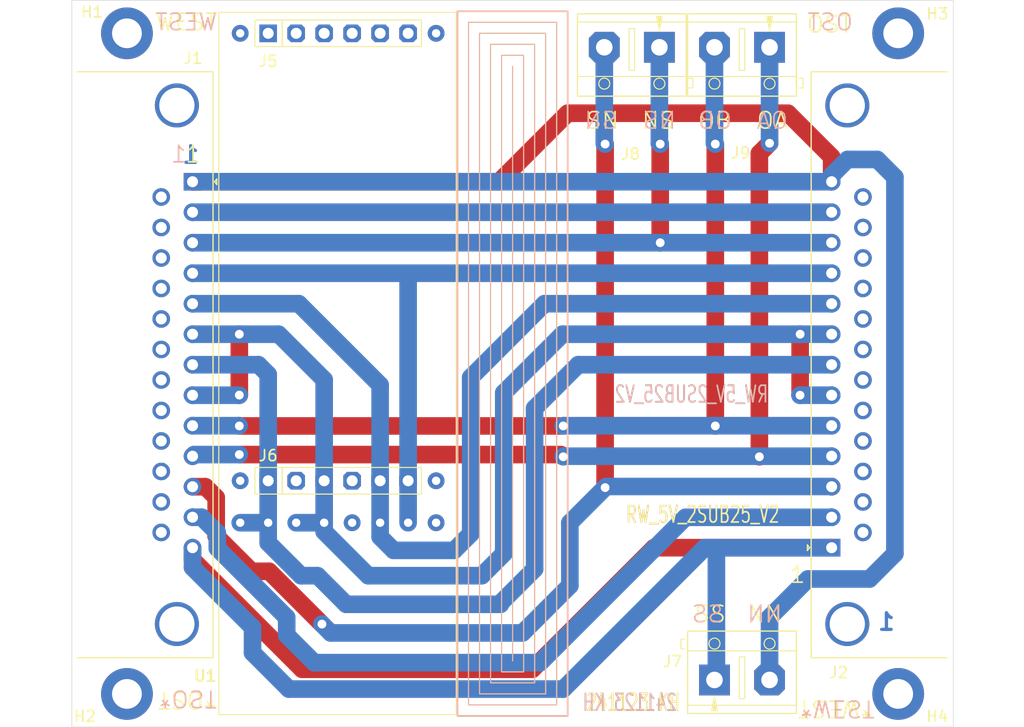
<source format=kicad_pcb>
(kicad_pcb (version 20240108) (generator "pcbnew") (generator_version "8.0")
  (layers (0 "F.Cu" signal) (31 "B.Cu" signal) (34 "B.Paste" user) (35 "F.Paste" user) (36 "B.SilkS" user "B.Silkscreen") (37 "F.SilkS" user "F.Silkscreen") (38 "B.Mask" user) (39 "F.Mask" user) (44 "Edge.Cuts" user))
  (net 0 "")
  (net 2 "/WB")
  (net 5 "/NN")
  (net 7 "/OB")
  (net 10 "/WA")
  (net 13 "/SN")
  (net 16 "/W-")
  (net 17 "/W+")
  (net 18 "/SS")
  (net 19 "/OA")
  (net 21 "Net-(J1-Pad2)")
  (net 23 "/NS")
  (net 48 "Net-(J1-Pad12)")
  (footprint "MountingHole:MountingHole_2.7mm_M2.5_DIN965_Pad_TopBottom" (layer "F.Cu") (at 102.9 87.94)
    (property "Reference" "H4" (at 3.556 2.032 0) (layer "F.SilkS"))
    (property "Value" "MountingHole" (hide yes))
    (pad "1" thru_hole circle (at 0 0) (size 3.1 3.1) (drill 2.7) (layers "*.Cu" "*.Mask"))
    (pad "1" connect circle (at 0 0) (size 4.7 4.7) (layers "F.Cu" "F.Mask"))
    (pad "1" connect circle (at 0 0) (size 4.7 4.7) (layers "B.Cu" "B.Mask"))
  )
  (footprint "_kh_library:Screw_Terminal_01x02_P5" (layer "F.Cu") (at 81.225 29.21 -90)
    (property "Reference" "J8" (at 9.69 2.625 0) (layer "F.SilkS"))
    (property "Value" "Screw_Terminal_01x02_P5" (hide yes))
    (fp_line (start -2.3 -2.44) (end -2.3 7.44) (stroke (width 0.1)) (layer "F.SilkS"))
    (fp_line (start 2.65 -2.44) (end 2.65 7.44) (stroke (width 0.1)) (layer "F.SilkS"))
    (fp_line (start 2.81 -3.04) (end 2.81 -2.68) (stroke (width 0.1)) (layer "F.SilkS"))
    (fp_line (start 2.81 -3.04) (end 3.69 -3.04) (stroke (width 0.1)) (layer "F.SilkS"))
    (fp_line (start 3.69 -3.04) (end 3.69 -2.68) (stroke (width 0.1)) (layer "F.SilkS"))
    (fp_rect (start -1.7 2.25) (end 2.1 2.75) (stroke (width 0.1)) (fill none) (layer "F.SilkS"))
    (fp_rect (start -3.04 -2.44) (end 4.44 7.44) (stroke (width 0.12)) (fill none) (layer "F.SilkS"))
    (fp_circle (center 3.3 5) (end 3.8 5) (stroke (width 0.1)) (fill none) (layer "F.SilkS"))
    (fp_circle (center 3.3 0) (end 3.8 0) (stroke (width 0.1)) (fill none) (layer "F.SilkS"))
    (fp_poly (pts (xy -2.794 -0.254) (xy -1.524 0) (xy -2.794 0.254)) (stroke (width 0.1)) (fill solid) (layer "F.SilkS"))
    (pad "1" thru_hole rect (at 0 0 270) (size 2.8 2.8) (drill 1.5) (layers "*.Cu" "*.Mask") (net 23 "/NS"))
    (pad "2" thru_hole roundrect (at 0 5 270) (size 2.8 2.8) (drill 1.5) (layers "*.Cu" "*.Mask") (roundrect_rratio 0) (chamfer_ratio 0.2) (chamfer top_left top_right bottom_left bottom_right) (net 13 "/SN"))
  )
  (footprint "MountingHole:MountingHole_2.7mm_M2.5_DIN965_Pad_TopBottom" (layer "F.Cu") (at 102.9 27.94)
    (property "Reference" "H3" (at 3.556 -1.778 0) (layer "F.SilkS"))
    (property "Value" "MountingHole" (hide yes))
    (pad "1" thru_hole circle (at 0 0) (size 3.1 3.1) (drill 2.7) (layers "*.Cu" "*.Mask"))
    (pad "1" connect circle (at 0 0) (size 4.7 4.7) (layers "F.Cu" "F.Mask"))
    (pad "1" connect circle (at 0 0) (size 4.7 4.7) (layers "B.Cu" "B.Mask"))
  )
  (footprint "_kh_library:PinSocket_1x06_P2.54mm_Vertical_kh" (layer "F.Cu") (at 45.72 68.58 90)
    (property "Reference" "J6" (at 2.286 0 180) (layer "F.SilkS"))
    (property "Value" "Conn_01x06")
    (fp_line (start -1.21 1.27) (end 1.21 1.27) (stroke (width 0.12)) (layer "F.SilkS"))
    (fp_rect (start -1.21 -1.21) (end 1.21 13.91) (stroke (width 0.1)) (fill none) (layer "F.SilkS"))
    (pad "1" thru_hole rect (at 0 0 90) (size 1.6 1.6) (drill 1) (layers "*.Cu" "*.Mask") (net 17 "/W+"))
    (pad "2" thru_hole roundrect (at 0 2.54 90) (size 1.6 1.6) (drill 1) (layers "*.Cu" "*.Mask") (roundrect_rratio 0) (chamfer_ratio 0.2) (chamfer top_left top_right bottom_left bottom_right))
    (pad "3" thru_hole roundrect (at 0 5.08 90) (size 1.6 1.6) (drill 1) (layers "*.Cu" "*.Mask") (roundrect_rratio 0) (chamfer_ratio 0.2) (chamfer top_left top_right bottom_left bottom_right) (net 16 "/W-"))
    (pad "4" thru_hole roundrect (at 0 7.62 90) (size 1.6 1.6) (drill 1) (layers "*.Cu" "*.Mask") (roundrect_rratio 0) (chamfer_ratio 0.2) (chamfer top_left top_right bottom_left bottom_right))
    (pad "5" thru_hole roundrect (at 0 10.16 90) (size 1.6 1.6) (drill 1) (layers "*.Cu" "*.Mask") (roundrect_rratio 0) (chamfer_ratio 0.2) (chamfer top_left top_right bottom_left bottom_right) (net 2 "/WB"))
    (pad "6" thru_hole roundrect (at 0 12.7 90) (size 1.6 1.6) (drill 1) (layers "*.Cu" "*.Mask") (roundrect_rratio 0) (chamfer_ratio 0.2) (chamfer top_left top_right bottom_left bottom_right) (net 10 "/WA"))
  )
  (footprint "MountingHole:MountingHole_2.7mm_M2.5_DIN965_Pad_TopBottom" (layer "F.Cu") (at 32.9 27.94)
    (property "Reference" "H1" (at -3.17 -1.94 0) (layer "F.SilkS"))
    (property "Value" "MountingHole" (hide yes))
    (pad "1" thru_hole circle (at 0 0) (size 3.1 3.1) (drill 2.7) (layers "*.Cu" "*.Mask"))
    (pad "1" connect circle (at 0 0) (size 4.7 4.7) (layers "F.Cu" "F.Mask"))
    (pad "1" connect circle (at 0 0) (size 4.7 4.7) (layers "B.Cu" "B.Mask"))
  )
  (footprint "_kh_library:PinSocket_1x06_P2.54mm_Vertical_kh" (layer "F.Cu") (at 45.72 27.94 90)
    (property "Reference" "J5" (at -2.54 0 180) (layer "F.SilkS"))
    (property "Value" "Conn_01x06")
    (fp_line (start -1.21 1.27) (end 1.21 1.27) (stroke (width 0.12)) (layer "F.SilkS"))
    (fp_rect (start -1.21 -1.21) (end 1.21 13.91) (stroke (width 0.1)) (fill none) (layer "F.SilkS"))
    (pad "1" thru_hole rect (at 0 0 90) (size 1.6 1.6) (drill 1) (layers "*.Cu" "*.Mask"))
    (pad "2" thru_hole roundrect (at 0 2.54 90) (size 1.6 1.6) (drill 1) (layers "*.Cu" "*.Mask") (roundrect_rratio 0) (chamfer_ratio 0.2) (chamfer top_left top_right bottom_left bottom_right))
    (pad "3" thru_hole roundrect (at 0 5.08 90) (size 1.6 1.6) (drill 1) (layers "*.Cu" "*.Mask") (roundrect_rratio 0) (chamfer_ratio 0.2) (chamfer top_left top_right bottom_left bottom_right))
    (pad "4" thru_hole roundrect (at 0 7.62 90) (size 1.6 1.6) (drill 1) (layers "*.Cu" "*.Mask") (roundrect_rratio 0) (chamfer_ratio 0.2) (chamfer top_left top_right bottom_left bottom_right))
    (pad "5" thru_hole roundrect (at 0 10.16 90) (size 1.6 1.6) (drill 1) (layers "*.Cu" "*.Mask") (roundrect_rratio 0) (chamfer_ratio 0.2) (chamfer top_left top_right bottom_left bottom_right))
    (pad "6" thru_hole roundrect (at 0 12.7 90) (size 1.6 1.6) (drill 1) (layers "*.Cu" "*.Mask") (roundrect_rratio 0) (chamfer_ratio 0.2) (chamfer top_left top_right bottom_left bottom_right))
  )
  (footprint "_kh_library:AC_5V_supply_6pol_PinsOnly" (layer "F.Cu") (at 43.18 72.39 90)
    (property "Reference" "U1" (at -13.91 -3.18 0) (layer "F.SilkS") (effects (font (thickness 0.2) (bold yes))))
    (property "Value" "~" (hide yes))
    (pad "1" thru_hole circle (at 0 0 90) (size 1.524 1.524) (drill 0.762) (layers "*.Cu" "*.Mask") (net 17 "/W+"))
    (pad "2" thru_hole circle (at 0 2.54 90) (size 1.524 1.524) (drill 0.762) (layers "*.Cu" "*.Mask") (net 17 "/W+"))
    (pad "3" thru_hole circle (at 0 5.08 90) (size 1.524 1.524) (drill 0.762) (layers "*.Cu" "*.Mask") (net 16 "/W-"))
    (pad "4" thru_hole circle (at 0 7.62 90) (size 1.524 1.524) (drill 0.762) (layers "*.Cu" "*.Mask") (net 16 "/W-"))
    (pad "5" thru_hole circle (at 0 10.16 90) (size 1.524 1.524) (drill 0.762) (layers "*.Cu" "*.Mask"))
    (pad "6" thru_hole circle (at 0 12.7 90) (size 1.524 1.524) (drill 0.762) (layers "*.Cu" "*.Mask") (net 2 "/WB"))
    (pad "7" thru_hole circle (at 0 15.24 90) (size 1.524 1.524) (drill 0.762) (layers "*.Cu" "*.Mask") (net 10 "/WA"))
    (pad "8" thru_hole circle (at 0 17.78 90) (size 1.524 1.524) (drill 0.762) (layers "*.Cu" "*.Mask"))
    (pad "9" thru_hole circle (at 3.81 0 90) (size 1.524 1.524) (drill 0.762) (layers "*.Cu" "*.Mask"))
    (pad "10" thru_hole circle (at 3.81 17.78 90) (size 1.524 1.524) (drill 0.762) (layers "*.Cu" "*.Mask"))
    (pad "11" thru_hole circle (at 44.45 0 90) (size 1.524 1.524) (drill 0.762) (layers "*.Cu" "*.Mask"))
    (pad "12" thru_hole circle (at 44.45 17.78 90) (size 1.524 1.524) (drill 0.762) (layers "*.Cu" "*.Mask"))
  )
  (footprint "_kh_library:DSUB-25_Male_Horizontal_P2.77x2.84mm_EdgePinOffset7.70mm_Housed_MountingHolesOffset9.12mm" (layer "F.Cu") (at 38.854 41.42 -90)
    (property "Reference" "J1" (at -11.22 -0.046 180) (layer "F.SilkS"))
    (property "Value" "DB25_Plug")
    (fp_line (start -9.99 10.48) (end -9.99 -1.86) (stroke (width 0.12)) (layer "F.SilkS"))
    (fp_line (start -9.99 -1.86) (end 43.23 -1.86) (stroke (width 0.12)) (layer "F.SilkS"))
    (fp_line (start 43.23 -1.86) (end 43.23 10.48) (stroke (width 0.12)) (layer "F.SilkS"))
    (fp_line (start 0 -2) (end -0.25 -2.2) (stroke (width 0.12)) (layer "F.SilkS"))
    (fp_line (start -0.25 -2.2) (end 0.25 -2.2) (stroke (width 0.12)) (layer "F.SilkS"))
    (fp_line (start 0.254 -2.2) (end 0 -2) (stroke (width 0.12)) (layer "F.SilkS"))
    (pad "0" thru_hole circle (at -6.93 1.42 270) (size 4 4) (drill 3.2) (layers "*.Cu" "*.Mask"))
    (pad "0" thru_hole circle (at 40.17 1.42 270) (size 4 4) (drill 3.2) (layers "*.Cu" "*.Mask"))
    (pad "1" thru_hole rect (at 0 0 270) (size 1.6 1.6) (drill 1) (layers "*.Cu" "*.Mask") (net 5 "/NN"))
    (pad "2" thru_hole circle (at 2.77 0 270) (size 1.6 1.6) (drill 1) (layers "*.Cu" "*.Mask") (net 21 "Net-(J1-Pad2)"))
    (pad "3" thru_hole circle (at 5.54 0 270) (size 1.6 1.6) (drill 1) (layers "*.Cu" "*.Mask") (net 23 "/NS"))
    (pad "4" thru_hole circle (at 8.31 0 270) (size 1.6 1.6) (drill 1) (layers "*.Cu" "*.Mask") (net 10 "/WA"))
    (pad "5" thru_hole circle (at 11.08 0 270) (size 1.6 1.6) (drill 1) (layers "*.Cu" "*.Mask") (net 2 "/WB"))
    (pad "6" thru_hole circle (at 13.85 0 270) (size 1.6 1.6) (drill 1) (layers "*.Cu" "*.Mask") (net 16 "/W-"))
    (pad "7" thru_hole circle (at 16.62 0 270) (size 1.6 1.6) (drill 1) (layers "*.Cu" "*.Mask") (net 17 "/W+"))
    (pad "8" thru_hole circle (at 19.39 0 270) (size 1.6 1.6) (drill 1) (layers "*.Cu" "*.Mask") (net 16 "/W-"))
    (pad "9" thru_hole circle (at 22.16 0 270) (size 1.6 1.6) (drill 1) (layers "*.Cu" "*.Mask") (net 7 "/OB"))
    (pad "10" thru_hole circle (at 24.93 0 270) (size 1.6 1.6) (drill 1) (layers "*.Cu" "*.Mask") (net 19 "/OA"))
    (pad "11" thru_hole circle (at 27.7 0 270) (size 1.6 1.6) (drill 1) (layers "*.Cu" "*.Mask") (net 13 "/SN"))
    (pad "12" thru_hole circle (at 30.47 0 270) (size 1.6 1.6) (drill 1) (layers "*.Cu" "*.Mask") (net 48 "Net-(J1-Pad12)"))
    (pad "13" thru_hole circle (at 33.24 0 270) (size 1.6 1.6) (drill 1) (layers "*.Cu" "*.Mask") (net 18 "/SS"))
    (pad "14" thru_hole circle (at 1.385 2.84 270) (size 1.6 1.6) (drill 1) (layers "*.Cu" "*.Mask"))
    (pad "15" thru_hole circle (at 4.155 2.84 270) (size 1.6 1.6) (drill 1) (layers "*.Cu" "*.Mask"))
    (pad "16" thru_hole circle (at 6.925 2.84 270) (size 1.6 1.6) (drill 1) (layers "*.Cu" "*.Mask"))
    (pad "17" thru_hole circle (at 9.695 2.84 270) (size 1.6 1.6) (drill 1) (layers "*.Cu" "*.Mask"))
    (pad "18" thru_hole circle (at 12.465 2.84 270) (size 1.6 1.6) (drill 1) (layers "*.Cu" "*.Mask"))
    (pad "19" thru_hole circle (at 15.235 2.84 270) (size 1.6 1.6) (drill 1) (layers "*.Cu" "*.Mask"))
    (pad "20" thru_hole circle (at 18.005 2.84 270) (size 1.6 1.6) (drill 1) (layers "*.Cu" "*.Mask"))
    (pad "21" thru_hole circle (at 20.775 2.84 270) (size 1.6 1.6) (drill 1) (layers "*.Cu" "*.Mask"))
    (pad "22" thru_hole circle (at 23.545 2.84 270) (size 1.6 1.6) (drill 1) (layers "*.Cu" "*.Mask"))
    (pad "23" thru_hole circle (at 26.315 2.84 270) (size 1.6 1.6) (drill 1) (layers "*.Cu" "*.Mask"))
    (pad "24" thru_hole circle (at 29.085 2.84 270) (size 1.6 1.6) (drill 1) (layers "*.Cu" "*.Mask"))
    (pad "25" thru_hole circle (at 31.855 2.84 270) (size 1.6 1.6) (drill 1) (layers "*.Cu" "*.Mask"))
  )
  (footprint "_kh_library:DSUB-25_Male_Horizontal_P2.77x2.84mm_EdgePinOffset7.70mm_Housed_MountingHolesOffset9.12mm" (layer "F.Cu") (at 96.86 74.66 90)
    (property "Reference" "J2" (at -11.34 0.64 180) (layer "F.SilkS"))
    (property "Value" "DB25_Plug")
    (fp_line (start 0.254 -2.2) (end 0 -2) (stroke (width 0.12)) (layer "F.SilkS"))
    (fp_line (start -0.25 -2.2) (end 0.25 -2.2) (stroke (width 0.12)) (layer "F.SilkS"))
    (fp_line (start 0 -2) (end -0.25 -2.2) (stroke (width 0.12)) (layer "F.SilkS"))
    (fp_line (start 43.23 -1.86) (end 43.23 10.48) (stroke (width 0.12)) (layer "F.SilkS"))
    (fp_line (start -9.99 -1.86) (end 43.23 -1.86) (stroke (width 0.12)) (layer "F.SilkS"))
    (fp_line (start -9.99 10.48) (end -9.99 -1.86) (stroke (width 0.12)) (layer "F.SilkS"))
    (pad "0" thru_hole circle (at -6.93 1.42 90) (size 4 4) (drill 3.2) (layers "*.Cu" "*.Mask"))
    (pad "0" thru_hole circle (at 40.17 1.42 90) (size 4 4) (drill 3.2) (layers "*.Cu" "*.Mask"))
    (pad "1" thru_hole rect (at 0 0 90) (size 1.6 1.6) (drill 1) (layers "*.Cu" "*.Mask") (net 18 "/SS"))
    (pad "2" thru_hole circle (at 2.77 0 90) (size 1.6 1.6) (drill 1) (layers "*.Cu" "*.Mask") (net 48 "Net-(J1-Pad12)"))
    (pad "3" thru_hole circle (at 5.54 0 90) (size 1.6 1.6) (drill 1) (layers "*.Cu" "*.Mask") (net 13 "/SN"))
    (pad "4" thru_hole circle (at 8.31 0 90) (size 1.6 1.6) (drill 1) (layers "*.Cu" "*.Mask") (net 19 "/OA"))
    (pad "5" thru_hole circle (at 11.08 0 90) (size 1.6 1.6) (drill 1) (layers "*.Cu" "*.Mask") (net 7 "/OB"))
    (pad "6" thru_hole circle (at 13.85 0 90) (size 1.6 1.6) (drill 1) (layers "*.Cu" "*.Mask") (net 16 "/W-"))
    (pad "7" thru_hole circle (at 16.62 0 90) (size 1.6 1.6) (drill 1) (layers "*.Cu" "*.Mask") (net 17 "/W+"))
    (pad "8" thru_hole circle (at 19.39 0 90) (size 1.6 1.6) (drill 1) (layers "*.Cu" "*.Mask") (net 16 "/W-"))
    (pad "9" thru_hole circle (at 22.16 0 90) (size 1.6 1.6) (drill 1) (layers "*.Cu" "*.Mask") (net 2 "/WB"))
    (pad "10" thru_hole circle (at 24.93 0 90) (size 1.6 1.6) (drill 1) (layers "*.Cu" "*.Mask") (net 10 "/WA"))
    (pad "11" thru_hole circle (at 27.7 0 90) (size 1.6 1.6) (drill 1) (layers "*.Cu" "*.Mask") (net 23 "/NS"))
    (pad "12" thru_hole circle (at 30.47 0 90) (size 1.6 1.6) (drill 1) (layers "*.Cu" "*.Mask") (net 21 "Net-(J1-Pad2)"))
    (pad "13" thru_hole circle (at 33.24 0 90) (size 1.6 1.6) (drill 1) (layers "*.Cu" "*.Mask") (net 5 "/NN"))
    (pad "14" thru_hole circle (at 1.385 2.84 90) (size 1.6 1.6) (drill 1) (layers "*.Cu" "*.Mask"))
    (pad "15" thru_hole circle (at 4.155 2.84 90) (size 1.6 1.6) (drill 1) (layers "*.Cu" "*.Mask"))
    (pad "16" thru_hole circle (at 6.925 2.84 90) (size 1.6 1.6) (drill 1) (layers "*.Cu" "*.Mask"))
    (pad "17" thru_hole circle (at 9.695 2.84 90) (size 1.6 1.6) (drill 1) (layers "*.Cu" "*.Mask"))
    (pad "18" thru_hole circle (at 12.465 2.84 90) (size 1.6 1.6) (drill 1) (layers "*.Cu" "*.Mask"))
    (pad "19" thru_hole circle (at 15.235 2.84 90) (size 1.6 1.6) (drill 1) (layers "*.Cu" "*.Mask"))
    (pad "20" thru_hole circle (at 18.005 2.84 90) (size 1.6 1.6) (drill 1) (layers "*.Cu" "*.Mask"))
    (pad "21" thru_hole circle (at 20.775 2.84 90) (size 1.6 1.6) (drill 1) (layers "*.Cu" "*.Mask"))
    (pad "22" thru_hole circle (at 23.545 2.84 90) (size 1.6 1.6) (drill 1) (layers "*.Cu" "*.Mask"))
    (pad "23" thru_hole circle (at 26.315 2.84 90) (size 1.6 1.6) (drill 1) (layers "*.Cu" "*.Mask"))
    (pad "24" thru_hole circle (at 29.085 2.84 90) (size 1.6 1.6) (drill 1) (layers "*.Cu" "*.Mask"))
    (pad "25" thru_hole circle (at 31.855 2.84 90) (size 1.6 1.6) (drill 1) (layers "*.Cu" "*.Mask"))
  )
  (footprint "_kh_library:Screw_Terminal_01x02_P5" (layer "F.Cu") (at 86.225 86.67 90)
    (property "Reference" "J7" (at 1.67 -3.81 0) (layer "F.SilkS"))
    (property "Value" "Screw_Terminal_01x02_P5" (hide yes))
    (fp_line (start 3.69 -3.04) (end 3.69 -2.68) (stroke (width 0.1)) (layer "F.SilkS"))
    (fp_line (start 2.81 -3.04) (end 3.69 -3.04) (stroke (width 0.1)) (layer "F.SilkS"))
    (fp_line (start 2.81 -3.04) (end 2.81 -2.68) (stroke (width 0.1)) (layer "F.SilkS"))
    (fp_line (start 2.65 -2.44) (end 2.65 7.44) (stroke (width 0.1)) (layer "F.SilkS"))
    (fp_line (start -2.3 -2.44) (end -2.3 7.44) (stroke (width 0.1)) (layer "F.SilkS"))
    (fp_rect (start -3.04 -2.44) (end 4.44 7.44) (stroke (width 0.12)) (fill none) (layer "F.SilkS"))
    (fp_rect (start -1.7 2.25) (end 2.1 2.75) (stroke (width 0.1)) (fill none) (layer "F.SilkS"))
    (fp_circle (center 3.3 0) (end 3.8 0) (stroke (width 0.1)) (fill none) (layer "F.SilkS"))
    (fp_circle (center 3.3 5) (end 3.8 5) (stroke (width 0.1)) (fill none) (layer "F.SilkS"))
    (fp_poly (pts (xy -2.794 -0.254) (xy -1.524 0) (xy -2.794 0.254)) (stroke (width 0.1)) (fill solid) (layer "F.SilkS"))
    (pad "1" thru_hole rect (at 0 0 90) (size 2.8 2.8) (drill 1.5) (layers "*.Cu" "*.Mask") (net 18 "/SS"))
    (pad "2" thru_hole roundrect (at 0 5 90) (size 2.8 2.8) (drill 1.5) (layers "*.Cu" "*.Mask") (roundrect_rratio 0) (chamfer_ratio 0.2) (chamfer top_left top_right bottom_left bottom_right) (net 5 "/NN"))
  )
  (footprint "MountingHole:MountingHole_2.7mm_M2.5_DIN965_Pad_TopBottom" (layer "F.Cu") (at 32.9 87.94)
    (property "Reference" "H2" (at -3.81 2.032 0) (layer "F.SilkS"))
    (property "Value" "MountingHole" (hide yes))
    (pad "1" thru_hole circle (at 0 0) (size 3.1 3.1) (drill 2.7) (layers "*.Cu" "*.Mask"))
    (pad "1" connect circle (at 0 0) (size 4.7 4.7) (layers "F.Cu" "F.Mask"))
    (pad "1" connect circle (at 0 0) (size 4.7 4.7) (layers "B.Cu" "B.Mask"))
  )
  (footprint "_kh_library:Screw_Terminal_01x02_P5" (layer "F.Cu") (at 91.225 29.21 -90)
    (property "Reference" "J9" (at 9.59 2.625 0) (layer "F.SilkS"))
    (property "Value" "Screw_Terminal_01x02_P5" (hide yes))
    (fp_line (start -2.3 -2.44) (end -2.3 7.44) (stroke (width 0.1)) (layer "F.SilkS"))
    (fp_line (start 2.65 -2.44) (end 2.65 7.44) (stroke (width 0.1)) (layer "F.SilkS"))
    (fp_line (start 2.81 -3.04) (end 2.81 -2.68) (stroke (width 0.1)) (layer "F.SilkS"))
    (fp_line (start 2.81 -3.04) (end 3.69 -3.04) (stroke (width 0.1)) (layer "F.SilkS"))
    (fp_line (start 3.69 -3.04) (end 3.69 -2.68) (stroke (width 0.1)) (layer "F.SilkS"))
    (fp_rect (start -1.7 2.25) (end 2.1 2.75) (stroke (width 0.1)) (fill none) (layer "F.SilkS"))
    (fp_rect (start -3.04 -2.44) (end 4.44 7.44) (stroke (width 0.12)) (fill none) (layer "F.SilkS"))
    (fp_circle (center 3.3 5) (end 3.8 5) (stroke (width 0.1)) (fill none) (layer "F.SilkS"))
    (fp_circle (center 3.3 0) (end 3.8 0) (stroke (width 0.1)) (fill none) (layer "F.SilkS"))
    (fp_poly (pts (xy -2.794 -0.254) (xy -1.524 0) (xy -2.794 0.254)) (stroke (width 0.1)) (fill solid) (layer "F.SilkS"))
    (pad "1" thru_hole rect (at 0 0 270) (size 2.8 2.8) (drill 1.5) (layers "*.Cu" "*.Mask") (net 19 "/OA"))
    (pad "2" thru_hole roundrect (at 0 5 270) (size 2.8 2.8) (drill 1.5) (layers "*.Cu" "*.Mask") (roundrect_rratio 0) (chamfer_ratio 0.2) (chamfer top_left top_right bottom_left bottom_right) (net 7 "/OB"))
  )
  (gr_line (start 67.9 30.94) (end 67.9 84.94) (stroke (width 0.1)) (layer "B.SilkS"))
  (gr_rect (start 65.9 28.94) (end 69.9 86.94) (stroke (width 0.1)) (fill none) (layer "B.SilkS"))
  (gr_rect (start 66.9 29.94) (end 68.9 85.94) (stroke (width 0.1)) (fill none) (layer "B.SilkS"))
  (gr_rect (start 62.9 25.94) (end 72.9 89.94) (stroke (width 0.15)) (fill none) (layer "B.SilkS"))
  (gr_rect (start 64.9 27.94) (end 70.9 87.94) (stroke (width 0.1)) (fill none) (layer "B.SilkS"))
  (gr_rect (start 63.9 26.94) (end 71.9 88.94) (stroke (width 0.1)) (fill none) (layer "B.SilkS"))
  (gr_rect (start 65.9 28.94) (end 69.9 86.94) (stroke (width 0.1)) (fill none) (layer "F.SilkS"))
  (gr_line (start 67.9 30.94) (end 67.9 84.94) (stroke (width 0.1)) (layer "F.SilkS"))
  (gr_rect (start 41.237 26.035) (end 62.791 89.819) (stroke (width 0.1)) (fill none) (layer "F.SilkS"))
  (gr_rect (start 62.9 25.94) (end 72.9 89.94) (stroke (width 0.15)) (fill none) (layer "F.SilkS"))
  (gr_rect (start 64.9 27.94) (end 70.9 87.94) (stroke (width 0.1)) (fill none) (layer "F.SilkS"))
  (gr_rect (start 66.9 29.94) (end 68.9 85.94) (stroke (width 0.1)) (fill none) (layer "F.SilkS"))
  (gr_rect (start 63.9 26.94) (end 71.9 88.94) (stroke (width 0.1)) (fill none) (layer "F.SilkS"))
  (gr_rect (start 27.9 24.94) (end 107.9 90.94) (stroke (width 0.05)) (fill none) (layer "Edge.Cuts"))
  (gr_text "241123 KH" (at 74.5 89.6 0) (layer "F.Cu") (effects (font (size 1.5 1) (thickness 0.15) (bold yes)) (justify left bottom)))
  (gr_text "RW_5V_2SUB25_V2" (at 78.105 72.517 0) (layer "F.Cu") (effects (font (size 1.5 1) (thickness 0.15) (bold yes)) (justify left bottom)))
  (gr_text "1" (at 39.6 38.1 0) (layer "B.Cu") (effects (font (size 1.5 1.5) (thickness 0.3) (bold yes)) (justify left top mirror)))
  (gr_text "241123 KH" (at 82.9 89.6 0) (layer "B.Cu") (effects (font (size 1.5 1) (thickness 0.15) (bold yes)) (justify left bottom mirror)))
  (gr_text "1" (at 102.743 80.518 0) (layer "B.Cu") (effects (font (size 1.5 1.5) (thickness 0.3) (bold yes)) (justify left top mirror)))
  (gr_text "RW_5V_2SUB25_V2" (at 91.186 61.595 0) (layer "B.Cu") (effects (font (size 1.5 1) (thickness 0.15) (bold yes)) (justify left bottom mirror)))
  (gr_text "*OST" (at 35.7 87.5 180) (layer "B.SilkS") (effects (font (size 1.5 1.5)) (justify left bottom mirror)))
  (gr_text "OST" (at 98.9 27.8 0) (layer "B.SilkS") (effects (font (size 1.5 1.5)) (justify left bottom mirror)))
  (gr_text "SN" (at 77.508 36.74 0) (layer "B.SilkS") (effects (font (size 1.5 1.5)) (justify left bottom mirror)))
  (gr_text "WEST" (at 41.2 27.8 0) (layer "B.SilkS") (effects (font (size 1.5 1.5)) (justify left bottom mirror)))
  (gr_text "RW_5V_2SUB25_V2" (at 91.186 61.595 0) (layer "B.SilkS") (effects (font (size 1.5 1) (thickness 0.15) (bold yes)) (justify left bottom mirror)))
  (gr_text "*WEST" (at 93.9 88.4 180) (layer "B.SilkS") (effects (font (size 1.5 1.5)) (justify left bottom mirror)))
  (gr_text "SS" (at 87.106 81.57 0) (layer "B.SilkS") (effects (font (size 1.5 1.5)) (justify left bottom mirror)))
  (gr_text "NS" (at 82.842 36.74 0) (layer "B.SilkS") (effects (font (size 1.5 1.5)) (justify left bottom mirror)))
  (gr_text "241123 KH" (at 82.9 89.6 0) (layer "B.SilkS") (effects (font (size 1.5 1) (thickness 0.15) (bold yes)) (justify left bottom mirror)))
  (gr_text "OB" (at 87.922 36.74 0) (layer "B.SilkS") (effects (font (size 1.5 1.5)) (justify left bottom mirror)))
  (gr_text "OA" (at 93.002 36.74 0) (layer "B.SilkS") (effects (font (size 1.5 1.5)) (justify left bottom mirror)))
  (gr_text "1" (at 38.4 39.8 0) (layer "B.SilkS") (effects (font (size 1.5 1.5)) (justify left bottom mirror)))
  (gr_text "NN" (at 92.44 81.57 0) (layer "B.SilkS") (effects (font (size 1.5 1.5)) (justify left bottom mirror)))
  (gr_text "*WEST" (at 100.7 88.4 180) (layer "F.SilkS") (effects (font (size 1.5 1.5)) (justify left bottom)))
  (gr_text "241123 KH" (at 74.5 89.6 0) (layer "F.SilkS") (effects (font (size 1.5 1) (thickness 0.15) (bold yes)) (justify left bottom)))
  (gr_text "1" (at 92.956 77.978 0) (layer "F.SilkS") (effects (font (size 1.5 1.5)) (justify left bottom)))
  (gr_text "WEST" (at 35.4 27.8 0) (layer "F.SilkS") (effects (font (size 1.5 1.5)) (justify left bottom)))
  (gr_text "RW_5V_2SUB25_V2" (at 78.105 72.517 0) (layer "F.SilkS") (effects (font (size 1.5 1) (thickness 0.15) (bold yes)) (justify left bottom)))
  (gr_text "OST" (at 94.5 28 0) (layer "F.SilkS") (effects (font (size 1.5 1.5)) (justify left bottom)))
  (gr_text "NS" (at 79.54 36.74 0) (layer "F.SilkS") (effects (font (size 1.5 1.5)) (justify left bottom)))
  (gr_text "OA" (at 89.954 36.74 0) (layer "F.SilkS") (effects (font (size 1.5 1.5)) (justify left bottom)))
  (gr_text "SN" (at 74.46 36.74 0) (layer "F.SilkS") (effects (font (size 1.5 1.5)) (justify left bottom)))
  (gr_text "NN" (at 89.138 81.57 0) (layer "F.SilkS") (effects (font (size 1.5 1.5)) (justify left bottom)))
  (gr_text "*OST" (at 41.1 87.6 180) (layer "F.SilkS") (effects (font (size 1.5 1.5)) (justify left bottom)))
  (gr_text "1" (at 38.1 39.8 0) (layer "F.SilkS") (effects (font (size 1.5 1.5)) (justify left bottom)))
  (gr_text "OB" (at 84.62 36.74 0) (layer "F.SilkS") (effects (font (size 1.5 1.5)) (justify left bottom)))
  (gr_text "SS" (at 84.312 81.57 0) (layer "F.SilkS") (effects (font (size 1.5 1.5)) (justify left bottom)))
  (segment (start 57.1 74.9) (end 55.88 73.68) (width 1.6) (layer "B.Cu") (net 2))
  (segment (start 55.88 59.88) (end 55.88 68.58) (width 1.6) (layer "B.Cu") (net 2))
  (segment (start 55.88 72.39) (end 55.88 68.58) (width 1.6) (layer "B.Cu") (net 2))
  (segment (start 64.1 73.4) (end 62.6 74.9) (width 1.6) (layer "B.Cu") (net 2))
  (segment (start 96.86 52.5) (end 70.8 52.5) (width 1.6) (layer "B.Cu") (net 2))
  (segment (start 55.88 73.68) (end 55.88 72.39) (width 1.6) (layer "B.Cu") (net 2))
  (segment (start 64.1 59.2) (end 64.1 73.4) (width 1.6) (layer "B.Cu") (net 2))
  (segment (start 70.8 52.5) (end 64.1 59.2) (width 1.6) (layer "B.Cu") (net 2))
  (segment (start 62.6 74.9) (end 57.1 74.9) (width 1.6) (layer "B.Cu") (net 2))
  (segment (start 38.854 52.5) (end 48.5 52.5) (width 1.6) (layer "B.Cu") (net 2))
  (segment (start 48.5 52.5) (end 55.88 59.88) (width 1.6) (layer "B.Cu") (net 2))
  (segment (start 72.9 35.2) (end 66.68 41.42) (width 1.6) (layer "F.Cu") (net 5))
  (segment (start 66.68 41.42) (end 38.854 41.42) (width 1.6) (layer "F.Cu") (net 5))
  (segment (start 96.86 39.16) (end 92.9 35.2) (width 1.6) (layer "F.Cu") (net 5))
  (segment (start 96.86 41.42) (end 96.86 39.16) (width 1.6) (layer "F.Cu") (net 5))
  (segment (start 92.9 35.2) (end 72.9 35.2) (width 1.6) (layer "F.Cu") (net 5))
  (segment (start 101 39.4) (end 98.3 39.4) (width 1.6) (layer "B.Cu") (net 5))
  (segment (start 91.225 86.67) (end 91.225 80.987) (width 1.6) (layer "B.Cu") (net 5))
  (segment (start 91.225 80.987) (end 94.712 77.5) (width 1.6) (layer "B.Cu") (net 5))
  (segment (start 38.854 41.42) (end 96.86 41.42) (width 1.6) (layer "B.Cu") (net 5))
  (segment (start 98.3 39.4) (end 96.86 40.84) (width 1.6) (layer "B.Cu") (net 5))
  (segment (start 100.3 77.5) (end 102.6 75.2) (width 1.6) (layer "B.Cu") (net 5))
  (segment (start 102.6 75.2) (end 102.6 41) (width 1.6) (layer "B.Cu") (net 5))
  (segment (start 102.6 41) (end 101 39.4) (width 1.6) (layer "B.Cu") (net 5))
  (segment (start 96.86 40.84) (end 96.86 41.42) (width 1.6) (layer "B.Cu") (net 5))
  (segment (start 94.712 77.5) (end 100.3 77.5) (width 1.6) (layer "B.Cu") (net 5))
  (segment (start 72.5 63.6) (end 43.1 63.6) (width 1.6) (layer "F.Cu") (net 7))
  (segment (start 86.3 38) (end 86.3 63.6) (width 1.6) (layer "F.Cu") (net 7))
  (segment (start 43.08 63.58) (end 43.1 63.6) (width 1.6) (layer "F.Cu") (net 7))
  (via (at 86.3 63.6) (size 1.4) (drill 0.8) (layers "F.Cu" "B.Cu") (net 7))
  (via (at 86.3 38) (size 1.4) (drill 0.8) (layers "F.Cu" "B.Cu") (net 7))
  (via (at 72.5 63.6) (size 1.4) (drill 0.8) (layers "F.Cu" "B.Cu") (net 7))
  (via (at 43.1 63.6) (size 1.4) (drill 0.8) (layers "F.Cu" "B.Cu") (net 7))
  (segment (start 86.3 63.6) (end 86.32 63.58) (width 1.6) (layer "B.Cu") (net 7))
  (segment (start 72.52 63.58) (end 86.28 63.58) (width 1.6) (layer "B.Cu") (net 7))
  (segment (start 86.225 29.21) (end 86.225 37.925) (width 1.6) (layer "B.Cu") (net 7))
  (segment (start 86.32 63.58) (end 96.86 63.58) (width 1.6) (layer "B.Cu") (net 7))
  (segment (start 72.5 63.6) (end 72.52 63.58) (width 1.6) (layer "B.Cu") (net 7))
  (segment (start 86.28 63.58) (end 86.3 63.6) (width 1.6) (layer "B.Cu") (net 7))
  (segment (start 38.854 63.58) (end 43.08 63.58) (width 1.6) (layer "B.Cu") (net 7))
  (segment (start 86.225 37.925) (end 86.3 38) (width 1.6) (layer "B.Cu") (net 7))
  (segment (start 96.86 49.73) (end 38.854 49.73) (width 1.6) (layer "B.Cu") (net 10))
  (segment (start 58.42 68.58) (end 58.42 49.75) (width 1.6) (layer "B.Cu") (net 10))
  (segment (start 58.42 72.39) (end 58.42 68.58) (width 1.6) (layer "B.Cu") (net 10))
  (segment (start 41 70.1) (end 40.02 69.12) (width 1.6) (layer "F.Cu") (net 13))
  (segment (start 96.84 69.1) (end 96.86 69.12) (width 1.6) (layer "F.Cu") (net 13))
  (segment (start 45.8 76.8) (end 44.2 76.8) (width 1.6) (layer "F.Cu") (net 13))
  (segment (start 76.3 38) (end 76.3 69.2) (width 1.6) (layer "F.Cu") (net 13))
  (segment (start 50.6 81.6) (end 45.8 76.8) (width 1.6) (layer "F.Cu") (net 13))
  (segment (start 41 73.6) (end 41 70.1) (width 1.6) (layer "F.Cu") (net 13))
  (segment (start 44.2 76.8) (end 41 73.6) (width 1.6) (layer "F.Cu") (net 13))
  (segment (start 40.02 69.12) (end 38.854 69.12) (width 1.6) (layer "F.Cu") (net 13))
  (via (at 76.3 69.2) (size 1.4) (drill 0.8) (layers "F.Cu" "B.Cu") (net 13))
  (via (at 50.6 81.6) (size 1.4) (drill 0.8) (layers "F.Cu" "B.Cu") (net 13))
  (via (at 76.3 38) (size 1.4) (drill 0.8) (layers "F.Cu" "B.Cu") (net 13))
  (segment (start 51.4 82.4) (end 68.8 82.4) (width 1.6) (layer "B.Cu") (net 13))
  (segment (start 68.8 82.4) (end 73.1 78.1) (width 1.6) (layer "B.Cu") (net 13))
  (segment (start 76.3 69.2) (end 76.4 69.1) (width 1.6) (layer "B.Cu") (net 13))
  (segment (start 76.225 37.925) (end 76.3 38) (width 1.6) (layer "B.Cu") (net 13))
  (segment (start 73.1 78.1) (end 73.1 72.4) (width 1.6) (layer "B.Cu") (net 13))
  (segment (start 76.225 29.21) (end 76.225 37.925) (width 1.6) (layer "B.Cu") (net 13))
  (segment (start 73.1 72.4) (end 76.3 69.2) (width 1.6) (layer "B.Cu") (net 13))
  (segment (start 76.4 69.1) (end 96.84 69.1) (width 1.6) (layer "B.Cu") (net 13))
  (segment (start 50.6 81.6) (end 51.4 82.4) (width 1.6) (layer "B.Cu") (net 13))
  (segment (start 43.1 60.8) (end 43.1 55.27) (width 1.6) (layer "F.Cu") (net 16))
  (segment (start 94 55.27) (end 94 60.8) (width 1.6) (layer "F.Cu") (net 16))
  (segment (start 43.09 60.81) (end 43.1 60.8) (width 1.6) (layer "F.Cu") (net 16))
  (via (at 43.1 55.27) (size 1.4) (drill 0.8) (layers "F.Cu" "B.Cu") (net 16))
  (via (at 93.99 60.81) (size 1.4) (drill 0.8) (layers "F.Cu" "B.Cu") (net 16))
  (via (at 94 55.27) (size 1.4) (drill 0.8) (layers "F.Cu" "B.Cu") (net 16))
  (via (at 43.1 60.8) (size 1.4) (drill 0.8) (layers "F.Cu" "B.Cu") (net 16))
  (segment (start 96.86 60.81) (end 93.99 60.81) (width 1.6) (layer "B.Cu") (net 16))
  (segment (start 43.1 55.27) (end 46.67 55.27) (width 1.6) (layer "B.Cu") (net 16))
  (segment (start 94 60.8) (end 93.99 60.81) (width 1.6) (layer "B.Cu") (net 16))
  (segment (start 94 55.27) (end 72.43 55.27) (width 1.6) (layer "B.Cu") (net 16))
  (segment (start 65.1 77.2) (end 54.8 77.2) (width 1.6) (layer "B.Cu") (net 16))
  (segment (start 38.854 55.27) (end 43.1 55.27) (width 1.6) (layer "B.Cu") (net 16))
  (segment (start 67.1 60.6) (end 67.1 75.2) (width 1.6) (layer "B.Cu") (net 16))
  (segment (start 50.8 59.4) (end 50.8 68.58) (width 1.6) (layer "B.Cu") (net 16))
  (segment (start 38.854 60.81) (end 43.09 60.81) (width 1.6) (layer "B.Cu") (net 16))
  (segment (start 50.8 72.39) (end 48.26 72.39) (width 1.6) (layer "B.Cu") (net 16))
  (segment (start 72.43 55.27) (end 67.1 60.6) (width 1.6) (layer "B.Cu") (net 16))
  (segment (start 50.8 72.39) (end 50.8 68.58) (width 1.6) (layer "B.Cu") (net 16))
  (segment (start 46.67 55.27) (end 50.8 59.4) (width 1.6) (layer "B.Cu") (net 16))
  (segment (start 54.8 77.2) (end 50.8 73.2) (width 1.6) (layer "B.Cu") (net 16))
  (segment (start 50.8 73.2) (end 50.8 72.39) (width 1.6) (layer "B.Cu") (net 16))
  (segment (start 94 55.27) (end 96.86 55.27) (width 1.6) (layer "B.Cu") (net 16))
  (segment (start 67.1 75.2) (end 65.1 77.2) (width 1.6) (layer "B.Cu") (net 16))
  (segment (start 38.854 58.04) (end 44.84 58.04) (width 1.6) (layer "B.Cu") (net 17))
  (segment (start 69.9 62) (end 73.86 58.04) (width 1.6) (layer "B.Cu") (net 17))
  (segment (start 73.86 58.04) (end 96.86 58.04) (width 1.6) (layer "B.Cu") (net 17))
  (segment (start 44.84 58.04) (end 45.72 58.92) (width 1.6) (layer "B.Cu") (net 17))
  (segment (start 45.72 58.92) (end 45.72 68.58) (width 1.6) (layer "B.Cu") (net 17))
  (segment (start 50.2 77.2) (end 52.8 79.8) (width 1.6) (layer "B.Cu") (net 17))
  (segment (start 45.72 72.39) (end 43.18 72.39) (width 1.6) (layer "B.Cu") (net 17))
  (segment (start 45.72 74.22) (end 48.7 77.2) (width 1.6) (layer "B.Cu") (net 17))
  (segment (start 69.9 76.6) (end 69.9 62) (width 1.6) (layer "B.Cu") (net 17))
  (segment (start 66.8 79.7) (end 69.9 76.6) (width 1.6) (layer "B.Cu") (net 17))
  (segment (start 52.8 79.8) (end 66.8 79.8) (width 1.6) (layer "B.Cu") (net 17))
  (segment (start 45.72 72.39) (end 45.72 68.58) (width 1.6) (layer "B.Cu") (net 17))
  (segment (start 45.72 72.39) (end 45.72 74.22) (width 1.6) (layer "B.Cu") (net 17))
  (segment (start 48.7 77.2) (end 50.2 77.2) (width 1.6) (layer "B.Cu") (net 17))
  (segment (start 66.8 79.8) (end 66.8 79.7) (width 1.6) (layer "B.Cu") (net 17))
  (segment (start 80.74 74.66) (end 96.86 74.66) (width 1.6) (layer "F.Cu") (net 18))
  (segment (start 69.7 85.7) (end 80.74 74.66) (width 1.6) (layer "F.Cu") (net 18))
  (segment (start 48.8 85.7) (end 69.7 85.7) (width 1.6) (layer "F.Cu") (net 18))
  (segment (start 38.854 75.754) (end 48.8 85.7) (width 1.6) (layer "F.Cu") (net 18))
  (segment (start 38.854 74.66) (end 38.854 75.754) (width 1.6) (layer "F.Cu") (net 18))
  (segment (start 72.5 87.5) (end 85.34 74.66) (width 1.6) (layer "B.Cu") (net 18))
  (segment (start 86.4 74.66) (end 96.86 74.66) (width 1.6) (layer "B.Cu") (net 18))
  (segment (start 44.3 84.2) (end 47.6 87.5) (width 1.6) (layer "B.Cu") (net 18))
  (segment (start 38.854 74.66) (end 38.854 76.454) (width 1.6) (layer "B.Cu") (net 18))
  (segment (start 47.6 87.5) (end 72.5 87.5) (width 1.6) (layer "B.Cu") (net 18))
  (segment (start 38.854 76.454) (end 44.3 81.9) (width 1.6) (layer "B.Cu") (net 18))
  (segment (start 86.4 74.66) (end 86.4 86.495) (width 1.6) (layer "B.Cu") (net 18))
  (segment (start 85.34 74.66) (end 86.4 74.66) (width 1.6) (layer "B.Cu") (net 18))
  (segment (start 44.3 81.9) (end 44.3 84.2) (width 1.6) (layer "B.Cu") (net 18))
  (segment (start 90.3 38.85) (end 90.3 66.4) (width 1.6) (layer "F.Cu") (net 19))
  (segment (start 39.004 66.2) (end 38.854 66.35) (width 1.6) (layer "F.Cu") (net 19))
  (segment (start 43.1 66.2) (end 72.3 66.2) (width 1.6) (layer "F.Cu") (net 19))
  (segment (start 91.225 37.925) (end 90.3 38.85) (width 1.6) (layer "F.Cu") (net 19))
  (via (at 91.225 37.925) (size 1.4) (drill 0.8) (layers "F.Cu" "B.Cu") (net 19))
  (via (at 72.5 66.4) (size 1.4) (drill 0.8) (layers "F.Cu" "B.Cu") (net 19))
  (via (at 90.3 66.4) (size 1.4) (drill 0.8) (layers "F.Cu" "B.Cu") (net 19))
  (via (at 43.1 66.2) (size 1.4) (drill 0.8) (layers "F.Cu" "B.Cu") (net 19))
  (segment (start 43.1 66.2) (end 39.004 66.2) (width 1.6) (layer "B.Cu") (net 19))
  (segment (start 72.55 66.35) (end 72.5 66.4) (width 1.6) (layer "B.Cu") (net 19))
  (segment (start 96.86 66.35) (end 72.55 66.35) (width 1.6) (layer "B.Cu") (net 19))
  (segment (start 91.225 37.925) (end 91.225 29.21) (width 1.6) (layer "B.Cu") (net 19))
  (segment (start 38.854 44.19) (end 96.86 44.19) (width 1.6) (layer "B.Cu") (net 21))
  (segment (start 81.3 38) (end 81.3 46.96) (width 1.6) (layer "F.Cu") (net 23))
  (via (at 81.3 38) (size 1.4) (drill 0.8) (layers "F.Cu" "B.Cu") (net 23))
  (via (at 81.3 46.96) (size 1.4) (drill 0.8) (layers "F.Cu" "B.Cu") (net 23))
  (segment (start 81.225 37.925) (end 81.3 38) (width 1.6) (layer "B.Cu") (net 23))
  (segment (start 81.3 46.96) (end 96.86 46.96) (width 1.6) (layer "B.Cu") (net 23))
  (segment (start 81.225 29.21) (end 81.225 37.925) (width 1.6) (layer "B.Cu") (net 23))
  (segment (start 38.854 46.96) (end 81.3 46.96) (width 1.6) (layer "B.Cu") (net 23))
  (segment (start 96.85 71.9) (end 96.86 71.89) (width 1.6) (layer "B.Cu") (net 48))
  (segment (start 41.1 74.7) (end 47.4 81) (width 1.6) (layer "B.Cu") (net 48))
  (segment (start 49.9 85.1) (end 70.4 85.1) (width 1.6) (layer "B.Cu") (net 48))
  (segment (start 70.4 85.1) (end 83.6 71.9) (width 1.6) (layer "B.Cu") (net 48))
  (segment (start 47.4 82.6) (end 49.9 85.1) (width 1.6) (layer "B.Cu") (net 48))
  (segment (start 47.4 81) (end 47.4 82.6) (width 1.6) (layer "B.Cu") (net 48))
  (segment (start 83.6 71.9) (end 96.85 71.9) (width 1.6) (layer "B.Cu") (net 48))
  (segment (start 41.1 73.3) (end 41.1 74.7) (width 1.6) (layer "B.Cu") (net 48))
  (segment (start 38.854 71.89) (end 39.69 71.89) (width 1.6) (layer "B.Cu") (net 48))
  (segment (start 39.69 71.89) (end 41.1 73.3) (width 1.6) (layer "B.Cu") (net 48))
)
</source>
